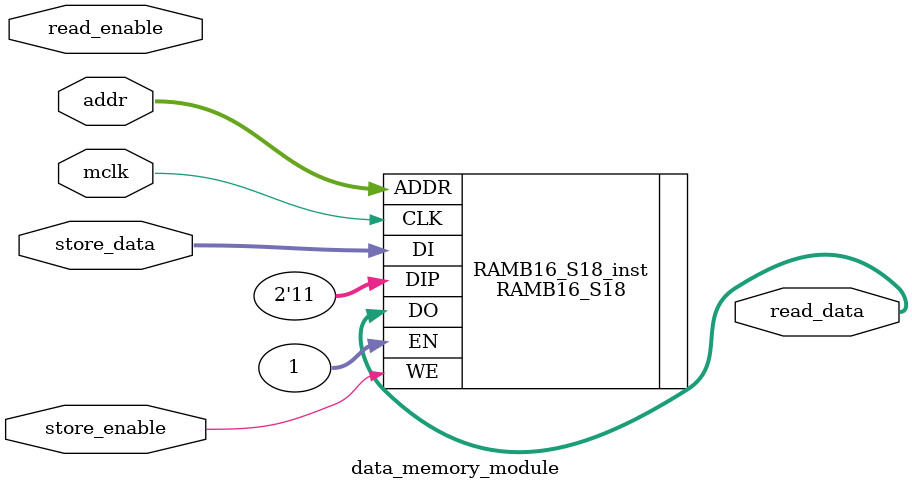
<source format=v>
module data_memory(
    clk,
    memaddr,
    memval,
    memget,
    memset,
    memout
    );

    `include "../parameters.vh"
    
    input wire clk;
    input wire [WORD_SIZE-1:0] memaddr;
    input wire [WORD_SIZE-1:0] memval;
    input wire memget;
    input wire memset;
    output wire [WORD_SIZE-1:0] memout;
    
    wire [9:0] addr;
    assign addr = memaddr[9:0];
    
    data_memory_module mod1(clk, addr, memval, memget, memset, memout);

endmodule

module data_memory_module(
    input wire mclk,
    input wire [9:0] addr,
    input wire [15:0] store_data,
    input wire read_enable,
    input wire store_enable,
    output wire [15:0] read_data
    );

    RAMB16_S18 #(
        //.INIT(18'h00000),       // Value of output RAM registers at startup
        //.SRVAL(18'h00000),      // Output value upon SSR assertion
        .WRITE_MODE("READ_FIRST") // WRITE_FIRST, READ_FIRST or NO_CHANGE
    ) RAMB16_S18_inst (
        .DO(read_data),   // 16-bit Data Output
        //.DOP(DOP),        // 2-bit parity Output
        .ADDR(addr),      // 10-bit Address Input
        .CLK(mclk),       // Clock
        .DI(store_data),  // 16-bit Data Input
        .DIP(2'b11),      // 2-bit parity Input
        .EN(1),           // RAM Enable Input
        //.SSR(SSR),        // Synchronous Set/Reset Input
        .WE(store_enable) // Write Enable Input
    );

endmodule

</source>
